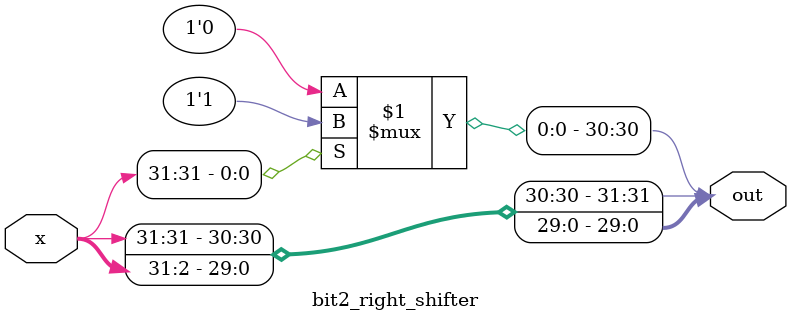
<source format=v>
module bit2_right_shifter(x, out);
    input [31:0] x;
    
    output [31:0] out;

    assign out[29:0] = x[31:2];
    assign out[30] = x[31] ? 1'b1 : 1'b0;
    assign out[31] = x[31];
endmodule
</source>
